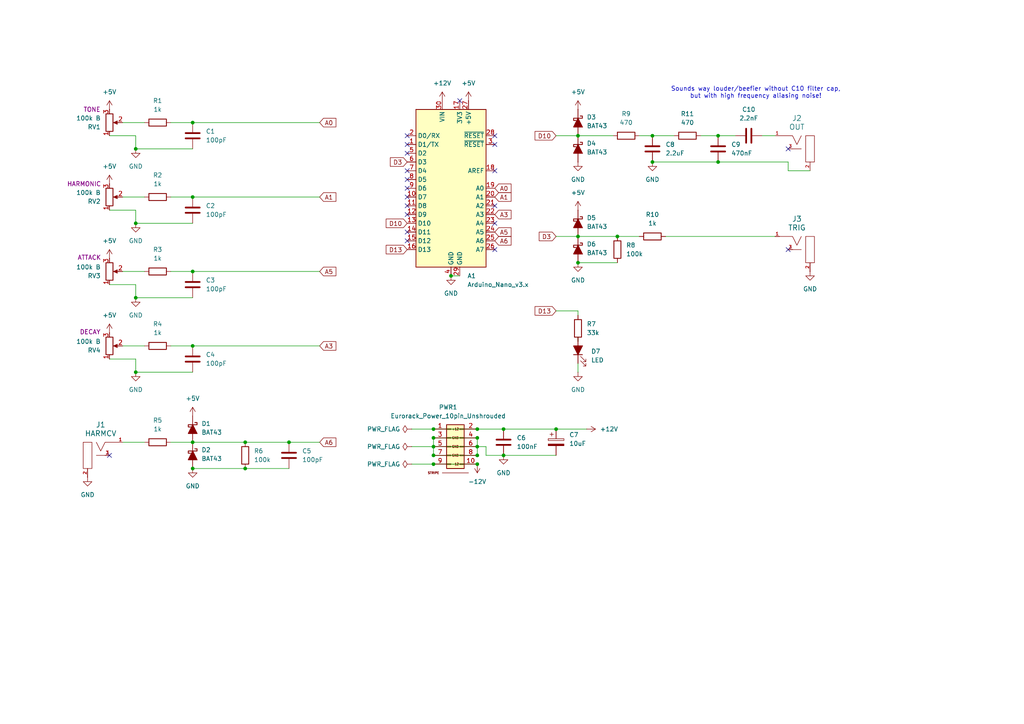
<source format=kicad_sch>
(kicad_sch (version 20231120) (generator "eeschema") (generator_version "8.0")
  (paper "A4")
  (title_block (title "Hagiwo Kick THT") (rev "v1.0") (company "FabLab NK"))
  (lib_symbols
    (symbol "Device:C" (pin_numbers hide) (pin_names (offset 0.254))
      (property "Reference" "C" (at 0.635 2.54 0))
      (property "Value" "C" (at 0.635 -2.54 0))
      (symbol "C_0_1"
        (polyline (pts (xy -2.032 -0.762) (xy 2.032 -0.762)) (stroke (width 0.508)))
        (polyline (pts (xy -2.032 0.762) (xy 2.032 0.762)) (stroke (width 0.508)))
      )
      (symbol "C_1_1"
        (pin passive line (at 0 3.81 270) (length 2.794) (name "~") (number "1"))
        (pin passive line (at 0 -3.81 90) (length 2.794) (name "~") (number "2"))
      )
    )
    (symbol "Device:C_Polarized" (pin_numbers hide) (pin_names (offset 0.254))
      (property "Reference" "C" (at 0.635 2.54 0))
      (property "Value" "C_Polarized" (at 0.635 -2.54 0))
      (symbol "C_Polarized_0_1"
        (rectangle (start -2.286 0.508) (end 2.286 1.016))
        (polyline (pts (xy -1.778 2.286) (xy -0.762 2.286)))
        (polyline (pts (xy -1.27 2.794) (xy -1.27 1.778)))
        (rectangle (start 2.286 -0.508) (end -2.286 -1.016) (fill (type outline)))
      )
      (symbol "C_Polarized_1_1"
        (pin passive line (at 0 3.81 270) (length 2.794) (name "~") (number "1"))
        (pin passive line (at 0 -3.81 90) (length 2.794) (name "~") (number "2"))
      )
    )
    (symbol "Device:D_Schottky_Filled" (pin_numbers hide) (pin_names (offset 1.016) hide)
      (property "Reference" "D" (at 0 2.54 0))
      (property "Value" "D_Schottky_Filled" (at 0 -2.54 0))
      (symbol "D_Schottky_Filled_0_1"
        (polyline (pts (xy 1.27 0) (xy -1.27 0)))
        (polyline (pts (xy 1.27 1.27) (xy 1.27 -1.27) (xy -1.27 0) (xy 1.27 1.27)) (stroke (width 0.254)) (fill (type outline)))
        (polyline (pts (xy -1.905 0.635) (xy -1.905 1.27) (xy -1.27 1.27) (xy -1.27 -1.27) (xy -0.635 -1.27) (xy -0.635 -0.635)) (stroke (width 0.254)))
      )
      (symbol "D_Schottky_Filled_1_1"
        (pin passive line (at -3.81 0 0) (length 2.54) (name "K") (number "1"))
        (pin passive line (at 3.81 0 180) (length 2.54) (name "A") (number "2"))
      )
    )
    (symbol "Device:LED_Filled" (pin_numbers hide) (pin_names (offset 1.016) hide)
      (property "Reference" "D" (at 0 2.54 0))
      (property "Value" "LED_Filled" (at 0 -2.54 0))
      (symbol "LED_Filled_0_1"
        (polyline (pts (xy -1.27 -1.27) (xy -1.27 1.27)) (stroke (width 0.254)))
        (polyline (pts (xy -1.27 0) (xy 1.27 0)))
        (polyline (pts (xy 1.27 -1.27) (xy 1.27 1.27) (xy -1.27 0) (xy 1.27 -1.27)) (stroke (width 0.254)) (fill (type outline)))
        (polyline (pts (xy -3.048 -0.762) (xy -4.572 -2.286) (xy -3.81 -2.286) (xy -4.572 -2.286) (xy -4.572 -1.524)))
        (polyline (pts (xy -1.778 -0.762) (xy -3.302 -2.286) (xy -2.54 -2.286) (xy -3.302 -2.286) (xy -3.302 -1.524)))
      )
      (symbol "LED_Filled_1_1"
        (pin passive line (at -3.81 0 0) (length 2.54) (name "K") (number "1"))
        (pin passive line (at 3.81 0 180) (length 2.54) (name "A") (number "2"))
      )
    )
    (symbol "Device:R" (pin_numbers hide) (pin_names (offset 0))
      (property "Reference" "R" (at 2.032 0 90))
      (property "Value" "R" (at 0 0 90))
      (symbol "R_0_1"
        (rectangle (start -1.016 -2.54) (end 1.016 2.54) (stroke (width 0.254)))
      )
      (symbol "R_1_1"
        (pin passive line (at 0 3.81 270) (length 1.27) (name "~") (number "1"))
        (pin passive line (at 0 -3.81 90) (length 1.27) (name "~") (number "2"))
      )
    )
    (symbol "Device:R_Potentiometer" (pin_names (offset 1.016) hide)
      (property "Reference" "RV" (at -4.445 0 90))
      (property "Value" "R_Potentiometer" (at -2.54 0 90))
      (symbol "R_Potentiometer_0_1"
        (polyline (pts (xy 2.54 0) (xy 1.524 0)))
        (polyline (pts (xy 1.143 0) (xy 2.286 0.508) (xy 2.286 -0.508) (xy 1.143 0)) (fill (type outline)))
        (rectangle (start 1.016 2.54) (end -1.016 -2.54) (stroke (width 0.254)))
      )
      (symbol "R_Potentiometer_1_1"
        (pin passive line (at 0 3.81 270) (length 1.27) (name "1") (number "1"))
        (pin passive line (at 3.81 0 180) (length 1.27) (name "2") (number "2"))
        (pin passive line (at 0 -3.81 90) (length 1.27) (name "3") (number "3"))
      )
    )
    (symbol "MCU_Module:Arduino_Nano_v3.x"
      (property "Reference" "A" (at -10.16 23.495 0))
      (property "Value" "Arduino_Nano_v3.x" (at 5.08 -24.13 0))
      (symbol "Arduino_Nano_v3.x_0_1"
        (rectangle (start -10.16 22.86) (end 10.16 -22.86) (stroke (width 0.254)) (fill (type background)))
      )
      (symbol "Arduino_Nano_v3.x_1_1"
        (pin bidirectional line (at -12.7 12.7 0) (length 2.54) (name "D1/TX") (number "1"))
        (pin bidirectional line (at -12.7 -2.54 0) (length 2.54) (name "D7") (number "10"))
        (pin bidirectional line (at -12.7 -5.08 0) (length 2.54) (name "D8") (number "11"))
        (pin bidirectional line (at -12.7 -7.62 0) (length 2.54) (name "D9") (number "12"))
        (pin bidirectional line (at -12.7 -10.16 0) (length 2.54) (name "D10") (number "13"))
        (pin bidirectional line (at -12.7 -12.7 0) (length 2.54) (name "D11") (number "14"))
        (pin bidirectional line (at -12.7 -15.24 0) (length 2.54) (name "D12") (number "15"))
        (pin bidirectional line (at -12.7 -17.78 0) (length 2.54) (name "D13") (number "16"))
        (pin power_out line (at 2.54 25.4 270) (length 2.54) (name "3V3") (number "17"))
        (pin input line (at 12.7 5.08 180) (length 2.54) (name "AREF") (number "18"))
        (pin bidirectional line (at 12.7 0 180) (length 2.54) (name "A0") (number "19"))
        (pin bidirectional line (at -12.7 15.24 0) (length 2.54) (name "D0/RX") (number "2"))
        (pin bidirectional line (at 12.7 -2.54 180) (length 2.54) (name "A1") (number "20"))
        (pin bidirectional line (at 12.7 -5.08 180) (length 2.54) (name "A2") (number "21"))
        (pin bidirectional line (at 12.7 -7.62 180) (length 2.54) (name "A3") (number "22"))
        (pin bidirectional line (at 12.7 -10.16 180) (length 2.54) (name "A4") (number "23"))
        (pin bidirectional line (at 12.7 -12.7 180) (length 2.54) (name "A5") (number "24"))
        (pin bidirectional line (at 12.7 -15.24 180) (length 2.54) (name "A6") (number "25"))
        (pin bidirectional line (at 12.7 -17.78 180) (length 2.54) (name "A7") (number "26"))
        (pin power_out line (at 5.08 25.4 270) (length 2.54) (name "+5V") (number "27"))
        (pin input line (at 12.7 15.24 180) (length 2.54) (name "~{RESET}") (number "28"))
        (pin power_in line (at 2.54 -25.4 90) (length 2.54) (name "GND") (number "29"))
        (pin input line (at 12.7 12.7 180) (length 2.54) (name "~{RESET}") (number "3"))
        (pin power_in line (at -2.54 25.4 270) (length 2.54) (name "VIN") (number "30"))
        (pin power_in line (at 0 -25.4 90) (length 2.54) (name "GND") (number "4"))
        (pin bidirectional line (at -12.7 10.16 0) (length 2.54) (name "D2") (number "5"))
        (pin bidirectional line (at -12.7 7.62 0) (length 2.54) (name "D3") (number "6"))
        (pin bidirectional line (at -12.7 5.08 0) (length 2.54) (name "D4") (number "7"))
        (pin bidirectional line (at -12.7 2.54 0) (length 2.54) (name "D5") (number "8"))
        (pin bidirectional line (at -12.7 0 0) (length 2.54) (name "D6") (number "9"))
      )
    )
    (symbol "PCM_4ms_Connector:Eurorack_Power_10pin_Unshrouded" (pin_names (offset 0.0254) hide)
      (property "Reference" "J" (at 0 3.81 0))
      (property "Value" "Eurorack_Power_10pin_Unshrouded" (at 0 6.35 0))
      (symbol "Eurorack_Power_10pin_Unshrouded_0_0"
        (text "+12" (at 0 1.27 0) (effects (font (size 0.635 0.635))))
        (text "-12" (at 0 -8.89 0) (effects (font (size 0.635 0.635))))
        (text "GND" (at 0 -6.35 0) (effects (font (size 0.635 0.635))))
        (text "GND" (at 0 -3.81 0) (effects (font (size 0.635 0.635))))
        (text "GND" (at 0 -1.27 0) (effects (font (size 0.635 0.635))))
        (text "STRIPE" (at -6.35 -11.43 0) (effects (font (size 0.635 0.635))))
      )
      (symbol "Eurorack_Power_10pin_Unshrouded_0_1"
        (rectangle (start -2.54 -10.16) (end 2.54 2.54) (stroke (width 0.254)) (fill (type background)))
        (rectangle (start -2.54 -8.763) (end -1.27 -9.017))
        (rectangle (start -2.54 -6.223) (end -1.27 -6.477))
        (rectangle (start -2.54 -3.683) (end -1.27 -3.937))
        (rectangle (start -2.54 -1.143) (end -1.27 -1.397))
        (rectangle (start -2.54 1.397) (end -1.27 1.143))
        (polyline (pts (xy -3.81 -11.43) (xy 3.81 -11.43) (xy 1.27 -11.43)))
        (rectangle (start 1.27 -8.763) (end 2.54 -9.017))
        (rectangle (start 1.27 -6.223) (end 2.54 -6.477))
        (rectangle (start 1.27 -3.683) (end 2.54 -3.937))
        (rectangle (start 1.27 -1.143) (end 2.54 -1.397))
        (rectangle (start 1.27 1.397) (end 2.54 1.143))
      )
      (symbol "Eurorack_Power_10pin_Unshrouded_1_1"
        (pin passive line (at -6.35 1.27 0) (length 3.81) (name "+12V") (number "1"))
        (pin passive line (at 6.35 -8.89 180) (length 3.81) (name "-12V") (number "10"))
        (pin passive line (at 6.35 1.27 180) (length 3.81) (name "+12V") (number "2"))
        (pin passive line (at -6.35 -1.27 0) (length 3.81) (name "GND") (number "3"))
        (pin passive line (at 6.35 -1.27 180) (length 3.81) (name "GND") (number "4"))
        (pin passive line (at -6.35 -3.81 0) (length 3.81) (name "GND") (number "5"))
        (pin passive line (at 6.35 -3.81 180) (length 3.81) (name "GND") (number "6"))
        (pin passive line (at -6.35 -6.35 0) (length 3.81) (name "GND") (number "7"))
        (pin passive line (at 6.35 -6.35 180) (length 3.81) (name "GND") (number "8"))
        (pin passive line (at -6.35 -8.89 0) (length 3.81) (name "-12V") (number "9"))
      )
    )
    (symbol "PCM_4ms_Jack:3.5mm_Mono_Switched_sm" (pin_names (offset 0) hide)
      (property "Reference" "J" (at -7.62 8.89 0))
      (property "Value" "3.5mm_Mono_Switched_sm" (at 6.35 6.604 0))
      (symbol "3.5mm_Mono_Switched_sm_0_0"
        (rectangle (start -6.35 5.08) (end -3.81 -2.54))
        (polyline (pts (xy -2.54 1.27) (xy 0 1.27)))
        (polyline (pts (xy -2.54 5.08) (xy -1.27 2.54) (xy 0 5.08) (xy 3.81 5.08)))
      )
      (symbol "3.5mm_Mono_Switched_sm_1_1"
        (pin passive line (at 5.08 5.08 180) (length 1.27) (name "SIG") (number "1"))
        (pin passive line (at -5.08 -5.08 90) (length 2.54) (name "SHEILD") (number "2"))
        (pin passive line (at 1.27 1.27 180) (length 1.27) (name "SW") (number "3"))
      )
    )
    (symbol "PCM_4ms_Power-symbol:PWR_FLAG" (power) (pin_numbers hide) (pin_names (offset 0) hide)
      (property "Value" "PWR_FLAG" (at 0 3.81 0))
      (symbol "PWR_FLAG_0_0"
        (pin power_out line (at 0 0 90) (length 0) (name "pwr") (number "1"))
      )
      (symbol "PWR_FLAG_0_1"
        (polyline (pts (xy 0 0) (xy 0 1.27) (xy -1.016 1.905) (xy 0 2.54) (xy 1.016 1.905) (xy 0 1.27)))
      )
    )
    (symbol "power:+12V" (power) (pin_numbers hide) (pin_names (offset 0) hide)
      (property "Value" "+12V" (at 0 3.556 0))
      (symbol "+12V_0_1"
        (polyline (pts (xy -0.762 1.27) (xy 0 2.54)))
        (polyline (pts (xy 0 0) (xy 0 2.54)))
        (polyline (pts (xy 0 2.54) (xy 0.762 1.27)))
      )
      (symbol "+12V_1_1"
        (pin power_in line (at 0 0 90) (length 0) (name "~") (number "1"))
      )
    )
    (symbol "power:+5V" (power) (pin_numbers hide) (pin_names (offset 0) hide)
      (property "Value" "+5V" (at 0 3.556 0))
      (symbol "+5V_0_1"
        (polyline (pts (xy -0.762 1.27) (xy 0 2.54)))
        (polyline (pts (xy 0 0) (xy 0 2.54)))
        (polyline (pts (xy 0 2.54) (xy 0.762 1.27)))
      )
      (symbol "+5V_1_1"
        (pin power_in line (at 0 0 90) (length 0) (name "~") (number "1"))
      )
    )
    (symbol "power:GND" (power) (pin_numbers hide) (pin_names (offset 0) hide)
      (property "Value" "GND" (at 0 -3.81 0))
      (symbol "GND_0_1"
        (polyline (pts (xy 0 0) (xy 0 -1.27) (xy 1.27 -1.27) (xy 0 -2.54) (xy -1.27 -1.27) (xy 0 -1.27)))
      )
      (symbol "GND_1_1"
        (pin power_in line (at 0 0 270) (length 0) (name "~") (number "1"))
      )
    )
  )
  (junction (at 55.88 35.56))
  (junction (at 189.23 39.37))
  (junction (at 125.73 129.54))
  (junction (at 55.88 100.33))
  (junction (at 146.05 124.46))
  (junction (at 167.64 76.2))
  (junction (at 208.28 46.99))
  (junction (at 125.73 134.62))
  (junction (at 138.43 127))
  (junction (at 55.88 57.15))
  (junction (at 55.88 135.89))
  (junction (at 167.64 39.37))
  (junction (at 125.73 124.46))
  (junction (at 55.88 128.27))
  (junction (at 39.37 43.18))
  (junction (at 138.43 134.62))
  (junction (at 55.88 78.74))
  (junction (at 125.73 132.08))
  (junction (at 125.73 127))
  (junction (at 39.37 107.95))
  (junction (at 39.37 86.36))
  (junction (at 208.28 39.37))
  (junction (at 179.07 68.58))
  (junction (at 83.82 128.27))
  (junction (at 138.43 129.54))
  (junction (at 146.05 132.08))
  (junction (at 138.43 124.46))
  (junction (at 71.12 135.89))
  (junction (at 161.29 124.46))
  (junction (at 39.37 64.77))
  (junction (at 130.81 80.01))
  (junction (at 138.43 132.08))
  (junction (at 71.12 128.27))
  (junction (at 189.23 46.99))
  (junction (at 167.64 68.58))
  (no_connect (at 143.51 41.91))
  (no_connect (at 118.11 54.61))
  (no_connect (at 143.51 59.69))
  (no_connect (at 118.11 52.07))
  (no_connect (at 228.6 43.18))
  (no_connect (at 118.11 62.23))
  (no_connect (at 118.11 41.91))
  (no_connect (at 228.6 72.39))
  (no_connect (at 118.11 49.53))
  (no_connect (at 31.75 132.08))
  (no_connect (at 118.11 69.85))
  (no_connect (at 143.51 39.37))
  (no_connect (at 143.51 72.39))
  (no_connect (at 133.35 29.21))
  (no_connect (at 143.51 64.77))
  (no_connect (at 118.11 44.45))
  (no_connect (at 118.11 59.69))
  (no_connect (at 118.11 67.31))
  (no_connect (at 118.11 57.15))
  (no_connect (at 143.51 49.53))
  (no_connect (at 118.11 39.37))
  (wire (pts (xy 167.64 91.44) (xy 167.64 90.17)))
  (wire (pts (xy 35.56 57.15) (xy 41.91 57.15)))
  (wire (pts (xy 35.56 100.33) (xy 41.91 100.33)))
  (wire (pts (xy 189.23 46.99) (xy 208.28 46.99)))
  (wire (pts (xy 39.37 107.95) (xy 39.37 104.14)))
  (wire (pts (xy 39.37 39.37) (xy 31.75 39.37)))
  (wire (pts (xy 71.12 128.27) (xy 83.82 128.27)))
  (wire (pts (xy 167.64 68.58) (xy 179.07 68.58)))
  (wire (pts (xy 55.88 78.74) (xy 92.71 78.74)))
  (wire (pts (xy 119.38 124.46) (xy 125.73 124.46)))
  (wire (pts (xy 208.28 39.37) (xy 213.36 39.37)))
  (wire (pts (xy 193.04 68.58) (xy 224.79 68.58)))
  (wire (pts (xy 140.97 132.08) (xy 146.05 132.08)))
  (wire (pts (xy 228.6 46.99) (xy 228.6 49.53)))
  (wire (pts (xy 35.56 78.74) (xy 41.91 78.74)))
  (wire (pts (xy 39.37 82.55) (xy 31.75 82.55)))
  (wire (pts (xy 220.98 39.37) (xy 224.79 39.37)))
  (wire (pts (xy 203.2 39.37) (xy 208.28 39.37)))
  (wire (pts (xy 179.07 68.58) (xy 185.42 68.58)))
  (wire (pts (xy 49.53 57.15) (xy 55.88 57.15)))
  (wire (pts (xy 55.88 128.27) (xy 71.12 128.27)))
  (wire (pts (xy 39.37 86.36) (xy 39.37 82.55)))
  (wire (pts (xy 161.29 90.17) (xy 167.64 90.17)))
  (wire (pts (xy 39.37 43.18) (xy 55.88 43.18)))
  (wire (pts (xy 138.43 127) (xy 138.43 129.54)))
  (wire (pts (xy 161.29 39.37) (xy 167.64 39.37)))
  (wire (pts (xy 39.37 107.95) (xy 55.88 107.95)))
  (wire (pts (xy 208.28 46.99) (xy 228.6 46.99)))
  (wire (pts (xy 35.56 128.27) (xy 41.91 128.27)))
  (wire (pts (xy 125.73 132.08) (xy 138.43 132.08)))
  (wire (pts (xy 161.29 124.46) (xy 170.18 124.46)))
  (wire (pts (xy 71.12 135.89) (xy 83.82 135.89)))
  (wire (pts (xy 39.37 64.77) (xy 55.88 64.77)))
  (wire (pts (xy 125.73 129.54) (xy 138.43 129.54)))
  (wire (pts (xy 138.43 129.54) (xy 140.97 129.54)))
  (wire (pts (xy 83.82 128.27) (xy 92.71 128.27)))
  (wire (pts (xy 138.43 124.46) (xy 146.05 124.46)))
  (wire (pts (xy 185.42 39.37) (xy 189.23 39.37)))
  (wire (pts (xy 55.88 57.15) (xy 92.71 57.15)))
  (wire (pts (xy 39.37 43.18) (xy 39.37 39.37)))
  (wire (pts (xy 138.43 129.54) (xy 138.43 132.08)))
  (wire (pts (xy 167.64 99.06) (xy 167.64 97.79)))
  (wire (pts (xy 49.53 35.56) (xy 55.88 35.56)))
  (wire (pts (xy 49.53 100.33) (xy 55.88 100.33)))
  (wire (pts (xy 189.23 39.37) (xy 195.58 39.37)))
  (wire (pts (xy 49.53 78.74) (xy 55.88 78.74)))
  (wire (pts (xy 125.73 124.46) (xy 138.43 124.46)))
  (wire (pts (xy 39.37 64.77) (xy 39.37 60.96)))
  (wire (pts (xy 161.29 68.58) (xy 167.64 68.58)))
  (wire (pts (xy 125.73 134.62) (xy 138.43 134.62)))
  (wire (pts (xy 228.6 49.53) (xy 234.95 49.53)))
  (wire (pts (xy 119.38 134.62) (xy 125.73 134.62)))
  (wire (pts (xy 140.97 129.54) (xy 140.97 132.08)))
  (wire (pts (xy 146.05 132.08) (xy 161.29 132.08)))
  (wire (pts (xy 125.73 129.54) (xy 125.73 132.08)))
  (wire (pts (xy 39.37 86.36) (xy 55.88 86.36)))
  (wire (pts (xy 125.73 127) (xy 125.73 129.54)))
  (wire (pts (xy 55.88 100.33) (xy 92.71 100.33)))
  (wire (pts (xy 35.56 35.56) (xy 41.91 35.56)))
  (wire (pts (xy 55.88 135.89) (xy 71.12 135.89)))
  (wire (pts (xy 167.64 39.37) (xy 177.8 39.37)))
  (wire (pts (xy 167.64 76.2) (xy 179.07 76.2)))
  (wire (pts (xy 125.73 127) (xy 138.43 127)))
  (wire (pts (xy 130.81 80.01) (xy 133.35 80.01)))
  (wire (pts (xy 39.37 60.96) (xy 31.75 60.96)))
  (wire (pts (xy 55.88 35.56) (xy 92.71 35.56)))
  (wire (pts (xy 49.53 128.27) (xy 55.88 128.27)))
  (wire (pts (xy 119.38 129.54) (xy 125.73 129.54)))
  (wire (pts (xy 167.64 107.95) (xy 167.64 105.41)))
  (wire (pts (xy 39.37 104.14) (xy 31.75 104.14)))
  (wire (pts (xy 146.05 124.46) (xy 161.29 124.46)))
  (text "Sounds way louder/beefier without C10 filter cap,\nbut with high frequency aliasing noise!" (at 219.202 26.924 0) (effects (font (size 1.27 1.27))))
  (global_label "D3" (shape input) (at 161.29 68.58 180) (property "Intersheetrefs" "${INTERSHEET_REFS}" (effects (hide yes))))
  (global_label "A6" (shape input) (at 143.51 69.85 0) (property "Intersheetrefs" "${INTERSHEET_REFS}" (effects (hide yes))))
  (global_label "D10" (shape input) (at 118.11 64.77 180) (property "Intersheetrefs" "${INTERSHEET_REFS}" (effects (hide yes))))
  (global_label "D3" (shape input) (at 118.11 46.99 180) (property "Intersheetrefs" "${INTERSHEET_REFS}" (effects (hide yes))))
  (global_label "A6" (shape input) (at 92.71 128.27 0) (property "Intersheetrefs" "${INTERSHEET_REFS}" (effects (hide yes))))
  (global_label "D13" (shape input) (at 118.11 72.39 180) (property "Intersheetrefs" "${INTERSHEET_REFS}" (effects (hide yes))))
  (global_label "A0" (shape input) (at 92.71 35.56 0) (property "Intersheetrefs" "${INTERSHEET_REFS}" (effects (hide yes))))
  (global_label "D10" (shape input) (at 161.29 39.37 180) (property "Intersheetrefs" "${INTERSHEET_REFS}" (effects (hide yes))))
  (global_label "A5" (shape input) (at 143.51 67.31 0) (property "Intersheetrefs" "${INTERSHEET_REFS}" (effects (hide yes))))
  (global_label "A0" (shape input) (at 143.51 54.61 0) (property "Intersheetrefs" "${INTERSHEET_REFS}" (effects (hide yes))))
  (global_label "A5" (shape input) (at 92.71 78.74 0) (property "Intersheetrefs" "${INTERSHEET_REFS}" (effects (hide yes))))
  (global_label "D13" (shape input) (at 161.29 90.17 180) (property "Intersheetrefs" "${INTERSHEET_REFS}" (effects (hide yes))))
  (global_label "A1" (shape input) (at 92.71 57.15 0) (property "Intersheetrefs" "${INTERSHEET_REFS}" (effects (hide yes))))
  (global_label "A3" (shape input) (at 143.51 62.23 0) (property "Intersheetrefs" "${INTERSHEET_REFS}" (effects (hide yes))))
  (global_label "A3" (shape input) (at 92.71 100.33 0) (property "Intersheetrefs" "${INTERSHEET_REFS}" (effects (hide yes))))
  (global_label "A1" (shape input) (at 143.51 57.15 0) (property "Intersheetrefs" "${INTERSHEET_REFS}" (effects (hide yes))))
  (symbol (lib_id "Device:D_Schottky_Filled") (at 55.88 124.46 270) (unit 1)
    (property "Reference" "D1" (at 58.42 122.8724 90) (effects (justify left)))
    (property "Value" "BAT43" (at 58.42 125.4124 90) (effects (justify left)))
    (property "Footprint" "Library:D_DO-35_SOD27_P7.62mm_Horizontal_Widened_No_K" (effects (hide yes)))
    (property "Description" "Schottky diode, filled shape" (effects (hide yes)))
  )
  (symbol (lib_id "power:GND") (at 39.37 64.77 0) (unit 1)
    (property "Reference" "#PWR06" (effects (hide yes)))
    (property "Value" "GND" (at 39.37 69.85 0))
    (property "Description" "Power symbol creates a global label with name \"GND\" , ground" (effects (hide yes)))
  )
  (symbol (lib_id "PCM_4ms_Jack:3.5mm_Mono_Switched_sm") (at 229.87 73.66 0) (mirror y) (unit 1)
    (property "Reference" "J3" (at 231.14 63.5 0) (effects (font (size 1.524 1.524))))
    (property "Value" "TRIG" (at 231.14 66.04 0) (effects (font (size 1.524 1.524))))
    (property "Footprint" "Library:EighthInch_PJ398SM_3mmNPTH" (effects (hide yes)))
    (property "Description" "Audio 3.5mm Jack, mono, switched, PC-pin Vertical" (effects (hide yes)))
    (property "Specifications" "Audio 3.5mm Jack, mono, switched, PC-pin Vertical" (effects (hide yes)))
    (property "Manufacturer" "Wenzhou QingPu Electronics Co" (effects (hide yes)))
    (property "Part Number" "WQP-WQP518MA" (effects (hide yes)))
  )
  (symbol (lib_id "PCM_4ms_Jack:3.5mm_Mono_Switched_sm") (at 30.48 133.35 0) (unit 1)
    (property "Reference" "J1" (at 29.21 123.19 0) (effects (font (size 1.524 1.524))))
    (property "Value" "HARMCV" (at 29.21 125.73 0) (effects (font (size 1.524 1.524))))
    (property "Footprint" "Library:EighthInch_PJ398SM_3mmNPTH" (effects (hide yes)))
    (property "Description" "Audio 3.5mm Jack, mono, switched, PC-pin Vertical" (effects (hide yes)))
    (property "Specifications" "Audio 3.5mm Jack, mono, switched, PC-pin Vertical" (effects (hide yes)))
    (property "Manufacturer" "Wenzhou QingPu Electronics Co" (effects (hide yes)))
    (property "Part Number" "WQP-WQP518MA" (effects (hide yes)))
  )
  (symbol (lib_id "power:GND") (at 55.88 135.89 0) (unit 1)
    (property "Reference" "#PWR011" (effects (hide yes)))
    (property "Value" "GND" (at 55.88 140.97 0))
    (property "Description" "Power symbol creates a global label with name \"GND\" , ground" (effects (hide yes)))
  )
  (symbol (lib_id "Device:C") (at 55.88 82.55 0) (unit 1)
    (property "Reference" "C3" (at 59.69 81.2799 0) (effects (justify left)))
    (property "Value" "100pF" (at 59.69 83.8199 0) (effects (justify left)))
    (property "Footprint" "Capacitor_THT:C_Disc_D3.8mm_W2.6mm_P2.50mm" (effects (hide yes)))
    (property "Description" "Unpolarized capacitor" (effects (hide yes)))
    (property "Silkscreen Value" "101▼" (effects (hide yes)))
  )
  (symbol (lib_id "power:+12V") (at 170.18 124.46 270) (unit 1)
    (property "Reference" "#PWR022" (effects (hide yes)))
    (property "Value" "+12V" (at 173.99 124.4599 90) (effects (justify left)))
    (property "Description" "Power symbol creates a global label with name \"+12V\"" (effects (hide yes)))
  )
  (symbol (lib_id "PCM_4ms_Jack:3.5mm_Mono_Switched_sm") (at 229.87 44.45 0) (mirror y) (unit 1)
    (property "Reference" "J2" (at 231.14 34.29 0) (effects (font (size 1.524 1.524))))
    (property "Value" "OUT" (at 231.14 36.83 0) (effects (font (size 1.524 1.524))))
    (property "Footprint" "Library:EighthInch_PJ398SM_3mmNPTH" (effects (hide yes)))
    (property "Description" "Audio 3.5mm Jack, mono, switched, PC-pin Vertical" (effects (hide yes)))
    (property "Specifications" "Audio 3.5mm Jack, mono, switched, PC-pin Vertical" (effects (hide yes)))
    (property "Manufacturer" "Wenzhou QingPu Electronics Co" (effects (hide yes)))
    (property "Part Number" "WQP-WQP518MA" (effects (hide yes)))
  )
  (symbol (lib_id "Device:R_Potentiometer") (at 31.75 57.15 0) (mirror x) (unit 1)
    (property "Reference" "RV2" (at 29.21 58.4201 0) (effects (justify right)))
    (property "Value" "100k B" (at 29.21 55.8801 0) (effects (justify right)))
    (property "Footprint" "Library:Pot_9mm_DShaft_RemovedPins4_5" (effects (hide yes)))
    (property "Description" "Potentiometer" (effects (hide yes)))
    (property "Silkscreen Value" "HARMONIC" (at 24.384 53.34 0))
  )
  (symbol (lib_id "PCM_4ms_Power-symbol:PWR_FLAG") (at 119.38 134.62 90) (unit 1)
    (property "Reference" "#FLG03" (effects (hide yes)))
    (property "Value" "PWR_FLAG" (at 106.426 134.62 90) (effects (justify right)))
  )
  (symbol (lib_id "power:GND") (at 39.37 86.36 0) (unit 1)
    (property "Reference" "#PWR07" (effects (hide yes)))
    (property "Value" "GND" (at 39.37 91.44 0))
    (property "Description" "Power symbol creates a global label with name \"GND\" , ground" (effects (hide yes)))
  )
  (symbol (lib_id "Device:C_Polarized") (at 161.29 128.27 0) (unit 1)
    (property "Reference" "C7" (at 165.1 126.1109 0) (effects (justify left)))
    (property "Value" "10uF" (at 165.1 128.6509 0) (effects (justify left)))
    (property "Footprint" "Capacitor_THT:CP_Radial_D4.0mm_P2.00mm" (effects (hide yes)))
    (property "Description" "Polarized capacitor" (effects (hide yes)))
    (property "Silkscreen Value" "10uF▼" (effects (hide yes)))
  )
  (symbol (lib_id "power:+5V") (at 167.64 60.96 0) (unit 1)
    (property "Reference" "#PWR019" (effects (hide yes)))
    (property "Value" "+5V" (at 167.64 55.88 0))
    (property "Description" "Power symbol creates a global label with name \"+5V\"" (effects (hide yes)))
  )
  (symbol (lib_id "Device:R") (at 45.72 78.74 90) (unit 1)
    (property "Reference" "R3" (at 45.72 72.39 90))
    (property "Value" "1k" (at 45.72 74.93 90))
    (property "Footprint" "Resistor_THT:R_Axial_DIN0207_L6.3mm_D2.5mm_P7.62mm_Horizontal" (effects (hide yes)))
    (property "Description" "Resistor" (effects (hide yes)))
  )
  (symbol (lib_id "power:+5V") (at 31.75 96.52 0) (unit 1)
    (property "Reference" "#PWR04" (effects (hide yes)))
    (property "Value" "+5V" (at 31.75 91.44 0))
    (property "Description" "Power symbol creates a global label with name \"+5V\"" (effects (hide yes)))
  )
  (symbol (lib_id "Device:C") (at 146.05 128.27 0) (unit 1)
    (property "Reference" "C6" (at 149.86 126.9999 0) (effects (justify left)))
    (property "Value" "100nF" (at 149.86 129.5399 0) (effects (justify left)))
    (property "Footprint" "Capacitor_THT:C_Disc_D3.8mm_W2.6mm_P2.50mm" (effects (hide yes)))
    (property "Description" "Unpolarized capacitor" (effects (hide yes)))
    (property "Silkscreen Value" "104▼" (effects (hide yes)))
  )
  (symbol (lib_id "Device:D_Schottky_Filled") (at 167.64 43.18 270) (unit 1)
    (property "Reference" "D4" (at 170.18 41.5924 90) (effects (justify left)))
    (property "Value" "BAT43" (at 170.18 44.1324 90) (effects (justify left)))
    (property "Footprint" "Library:D_DO-35_SOD27_P7.62mm_Horizontal_Widened_No_K" (effects (hide yes)))
    (property "Description" "Schottky diode, filled shape" (effects (hide yes)))
  )
  (symbol (lib_id "power:GND") (at 39.37 107.95 0) (unit 1)
    (property "Reference" "#PWR08" (effects (hide yes)))
    (property "Value" "GND" (at 39.37 113.03 0))
    (property "Description" "Power symbol creates a global label with name \"GND\" , ground" (effects (hide yes)))
  )
  (symbol (lib_id "power:+12V") (at 128.27 29.21 0) (unit 1)
    (property "Reference" "#PWR012" (effects (hide yes)))
    (property "Value" "+12V" (at 128.27 24.13 0))
    (property "Description" "Power symbol creates a global label with name \"+12V\"" (effects (hide yes)))
  )
  (symbol (lib_id "power:+5V") (at 31.75 31.75 0) (unit 1)
    (property "Reference" "#PWR01" (effects (hide yes)))
    (property "Value" "+5V" (at 31.75 26.67 0))
    (property "Description" "Power symbol creates a global label with name \"+5V\"" (effects (hide yes)))
  )
  (symbol (lib_id "Device:R") (at 45.72 128.27 90) (unit 1)
    (property "Reference" "R5" (at 45.72 121.92 90))
    (property "Value" "1k" (at 45.72 124.46 90))
    (property "Footprint" "Resistor_THT:R_Axial_DIN0207_L6.3mm_D2.5mm_P7.62mm_Horizontal" (effects (hide yes)))
    (property "Description" "Resistor" (effects (hide yes)))
  )
  (symbol (lib_id "power:+5V") (at 167.64 31.75 0) (unit 1)
    (property "Reference" "#PWR017" (effects (hide yes)))
    (property "Value" "+5V" (at 167.64 26.67 0))
    (property "Description" "Power symbol creates a global label with name \"+5V\"" (effects (hide yes)))
  )
  (symbol (lib_id "power:+5V") (at 31.75 74.93 0) (unit 1)
    (property "Reference" "#PWR03" (effects (hide yes)))
    (property "Value" "+5V" (at 31.75 69.85 0))
    (property "Description" "Power symbol creates a global label with name \"+5V\"" (effects (hide yes)))
  )
  (symbol (lib_id "power:GND") (at 25.4 138.43 0) (unit 1)
    (property "Reference" "#PWR09" (effects (hide yes)))
    (property "Value" "GND" (at 25.4 143.51 0))
    (property "Description" "Power symbol creates a global label with name \"GND\" , ground" (effects (hide yes)))
  )
  (symbol (lib_id "power:+12V") (at 138.43 134.62 180) (unit 1)
    (property "Reference" "#PWR015" (effects (hide yes)))
    (property "Value" "-12V" (at 138.43 139.7 0))
    (property "Description" "Power symbol creates a global label with name \"+12V\"" (effects (hide yes)))
  )
  (symbol (lib_id "MCU_Module:Arduino_Nano_v3.x") (at 130.81 54.61 0) (unit 1)
    (property "Reference" "A1" (at 135.5441 80.01 0) (effects (justify left)))
    (property "Value" "Arduino_Nano_v3.x" (at 135.5441 82.55 0) (effects (justify left)))
    (property "Footprint" "Module:Arduino_Nano" (effects (hide yes)))
    (property "Datasheet" "http://www.mouser.com/pdfdocs/Gravitech_Arduino_Nano3_0.pdf" (effects (hide yes)))
    (property "Description" "Arduino Nano v3.x" (effects (hide yes)))
  )
  (symbol (lib_id "power:+5V") (at 135.89 29.21 0) (unit 1)
    (property "Reference" "#PWR014" (effects (hide yes)))
    (property "Value" "+5V" (at 135.89 24.13 0))
    (property "Description" "Power symbol creates a global label with name \"+5V\"" (effects (hide yes)))
  )
  (symbol (lib_id "Device:R") (at 71.12 132.08 0) (unit 1)
    (property "Reference" "R6" (at 73.66 130.8099 0) (effects (justify left)))
    (property "Value" "100k" (at 73.66 133.3499 0) (effects (justify left)))
    (property "Footprint" "Resistor_THT:R_Axial_DIN0207_L6.3mm_D2.5mm_P7.62mm_Horizontal" (effects (hide yes)))
    (property "Description" "Resistor" (effects (hide yes)))
  )
  (symbol (lib_id "Device:C") (at 208.28 43.18 0) (unit 1)
    (property "Reference" "C9" (at 212.09 41.9099 0) (effects (justify left)))
    (property "Value" "470nF" (at 212.09 44.4499 0) (effects (justify left)))
    (property "Footprint" "Capacitor_THT:C_Disc_D3.8mm_W2.6mm_P2.50mm" (effects (hide yes)))
    (property "Description" "Unpolarized capacitor" (effects (hide yes)))
    (property "Silkscreen Value" "474▼" (effects (hide yes)))
  )
  (symbol (lib_id "Device:R") (at 45.72 35.56 90) (unit 1)
    (property "Reference" "R1" (at 45.72 29.21 90))
    (property "Value" "1k" (at 45.72 31.75 90))
    (property "Footprint" "Resistor_THT:R_Axial_DIN0207_L6.3mm_D2.5mm_P7.62mm_Horizontal" (effects (hide yes)))
    (property "Description" "Resistor" (effects (hide yes)))
  )
  (symbol (lib_id "Device:D_Schottky_Filled") (at 55.88 132.08 270) (unit 1)
    (property "Reference" "D2" (at 58.42 130.4924 90) (effects (justify left)))
    (property "Value" "BAT43" (at 58.42 133.0324 90) (effects (justify left)))
    (property "Footprint" "Library:D_DO-35_SOD27_P7.62mm_Horizontal_Widened_No_K" (effects (hide yes)))
    (property "Description" "Schottky diode, filled shape" (effects (hide yes)))
  )
  (symbol (lib_id "power:GND") (at 39.37 43.18 0) (unit 1)
    (property "Reference" "#PWR05" (effects (hide yes)))
    (property "Value" "GND" (at 39.37 48.26 0))
    (property "Description" "Power symbol creates a global label with name \"GND\" , ground" (effects (hide yes)))
  )
  (symbol (lib_id "Device:R_Potentiometer") (at 31.75 78.74 0) (mirror x) (unit 1)
    (property "Reference" "RV3" (at 29.21 80.0101 0) (effects (justify right)))
    (property "Value" "100k B" (at 29.21 77.4701 0) (effects (justify right)))
    (property "Footprint" "Library:Pot_9mm_DShaft_RemovedPins4_5" (effects (hide yes)))
    (property "Description" "Potentiometer" (effects (hide yes)))
    (property "Silkscreen Value" "ATTACK" (at 25.908 74.676 0))
  )
  (symbol (lib_id "Device:R_Potentiometer") (at 31.75 35.56 0) (mirror x) (unit 1)
    (property "Reference" "RV1" (at 29.21 36.8301 0) (effects (justify right)))
    (property "Value" "100k B" (at 29.21 34.2901 0) (effects (justify right)))
    (property "Footprint" "Library:Pot_9mm_DShaft_RemovedPins4_5" (effects (hide yes)))
    (property "Description" "Potentiometer" (effects (hide yes)))
    (property "Silkscreen Value" "TONE" (at 26.67 31.75 0))
  )
  (symbol (lib_id "power:GND") (at 167.64 107.95 0) (unit 1)
    (property "Reference" "#PWR021" (effects (hide yes)))
    (property "Value" "GND" (at 167.64 113.03 0))
    (property "Description" "Power symbol creates a global label with name \"GND\" , ground" (effects (hide yes)))
  )
  (symbol (lib_id "Device:LED_Filled") (at 167.64 101.6 90) (unit 1)
    (property "Reference" "D7" (at 171.45 101.9174 90) (effects (justify right)))
    (property "Value" "LED" (at 171.45 104.4574 90) (effects (justify right)))
    (property "Footprint" "LED_THT:LED_D5.0mm" (effects (hide yes)))
    (property "Description" "Light emitting diode, filled shape" (effects (hide yes)))
  )
  (symbol (lib_id "Device:C") (at 217.17 39.37 90) (unit 1)
    (property "Reference" "C10" (at 217.17 31.75 90))
    (property "Value" "2.2nF" (at 217.17 34.29 90))
    (property "Footprint" "Capacitor_THT:C_Disc_D3.8mm_W2.6mm_P2.50mm" (effects (hide yes)))
    (property "Description" "Unpolarized capacitor" (effects (hide yes)))
    (property "Silkscreen Value" "222▼" (effects (hide yes)))
  )
  (symbol (lib_id "PCM_4ms_Power-symbol:PWR_FLAG") (at 119.38 124.46 90) (unit 1)
    (property "Reference" "#FLG01" (effects (hide yes)))
    (property "Value" "PWR_FLAG" (at 106.426 124.46 90) (effects (justify right)))
  )
  (symbol (lib_id "Device:C") (at 189.23 43.18 0) (unit 1)
    (property "Reference" "C8" (at 193.04 41.9099 0) (effects (justify left)))
    (property "Value" "2.2uF" (at 193.04 44.4499 0) (effects (justify left)))
    (property "Footprint" "Capacitor_THT:C_Disc_D3.8mm_W2.6mm_P2.50mm" (effects (hide yes)))
    (property "Description" "Unpolarized capacitor" (effects (hide yes)))
    (property "Silkscreen Value" "225▼" (effects (hide yes)))
  )
  (symbol (lib_id "PCM_4ms_Power-symbol:PWR_FLAG") (at 119.38 129.54 90) (unit 1)
    (property "Reference" "#FLG02" (effects (hide yes)))
    (property "Value" "PWR_FLAG" (at 106.426 129.54 90) (effects (justify right)))
  )
  (symbol (lib_id "Device:C") (at 55.88 104.14 0) (unit 1)
    (property "Reference" "C4" (at 59.69 102.8699 0) (effects (justify left)))
    (property "Value" "100pF" (at 59.69 105.4099 0) (effects (justify left)))
    (property "Footprint" "Capacitor_THT:C_Disc_D3.8mm_W2.6mm_P2.50mm" (effects (hide yes)))
    (property "Description" "Unpolarized capacitor" (effects (hide yes)))
    (property "Silkscreen Value" "101▼" (effects (hide yes)))
  )
  (symbol (lib_id "Device:R_Potentiometer") (at 31.75 100.33 0) (mirror x) (unit 1)
    (property "Reference" "RV4" (at 29.21 101.6001 0) (effects (justify right)))
    (property "Value" "100k B" (at 29.21 99.0601 0) (effects (justify right)))
    (property "Footprint" "Library:Pot_9mm_DShaft_RemovedPins4_5" (effects (hide yes)))
    (property "Description" "Potentiometer" (effects (hide yes)))
    (property "Silkscreen Value" "DECAY" (at 26.162 96.266 0))
  )
  (symbol (lib_id "power:GND") (at 130.81 80.01 0) (unit 1)
    (property "Reference" "#PWR013" (effects (hide yes)))
    (property "Value" "GND" (at 130.81 85.09 0))
    (property "Description" "Power symbol creates a global label with name \"GND\" , ground" (effects (hide yes)))
  )
  (symbol (lib_id "Device:D_Schottky_Filled") (at 167.64 64.77 270) (unit 1)
    (property "Reference" "D5" (at 170.18 63.1824 90) (effects (justify left)))
    (property "Value" "BAT43" (at 170.18 65.7224 90) (effects (justify left)))
    (property "Footprint" "Library:D_DO-35_SOD27_P7.62mm_Horizontal_Widened_No_K" (effects (hide yes)))
    (property "Description" "Schottky diode, filled shape" (effects (hide yes)))
  )
  (symbol (lib_id "Device:R") (at 181.61 39.37 90) (unit 1)
    (property "Reference" "R9" (at 181.61 33.02 90))
    (property "Value" "470" (at 181.61 35.56 90))
    (property "Footprint" "Resistor_THT:R_Axial_DIN0207_L6.3mm_D2.5mm_P7.62mm_Horizontal" (effects (hide yes)))
    (property "Description" "Resistor" (effects (hide yes)))
    (property "Silkscreen Value" "470Ω" (effects (hide yes)))
  )
  (symbol (lib_id "Device:C") (at 83.82 132.08 0) (unit 1)
    (property "Reference" "C5" (at 87.63 130.8099 0) (effects (justify left)))
    (property "Value" "100pF" (at 87.63 133.3499 0) (effects (justify left)))
    (property "Footprint" "Capacitor_THT:C_Disc_D3.8mm_W2.6mm_P2.50mm" (effects (hide yes)))
    (property "Description" "Unpolarized capacitor" (effects (hide yes)))
    (property "Silkscreen Value" "101▼" (effects (hide yes)))
  )
  (symbol (lib_id "PCM_4ms_Connector:Eurorack_Power_10pin_Unshrouded") (at 132.08 125.73 0) (unit 1)
    (property "Reference" "PWR1" (at 129.9733 118.11 0))
    (property "Value" "Eurorack_Power_10pin_Unshrouded" (at 129.9733 120.65 0))
    (property "Footprint" "Library:IDC-Header_2x05_P2.54mm_Vertical_Euro_Power_Striped_ThickerText" (effects (hide yes)))
    (property "Description" "HEADER 2x5 MALE PINS 0.100” 180deg" (effects (hide yes)))
    (property "Specifications" "HEADER 2x5 MALE PINS 0.100” 180deg" (effects (hide yes)))
    (property "Manufacturer" "TAD" (effects (hide yes)))
    (property "Part Number" "1-1002FBV0T" (effects (hide yes)))
  )
  (symbol (lib_id "Device:C") (at 55.88 39.37 0) (unit 1)
    (property "Reference" "C1" (at 59.69 38.0999 0) (effects (justify left)))
    (property "Value" "100pF" (at 59.69 40.6399 0) (effects (justify left)))
    (property "Footprint" "Capacitor_THT:C_Disc_D3.8mm_W2.6mm_P2.50mm" (effects (hide yes)))
    (property "Description" "Unpolarized capacitor" (effects (hide yes)))
    (property "Silkscreen Value" "101▼" (effects (hide yes)))
  )
  (symbol (lib_id "power:GND") (at 189.23 46.99 0) (unit 1)
    (property "Reference" "#PWR023" (effects (hide yes)))
    (property "Value" "GND" (at 189.23 52.07 0))
    (property "Description" "Power symbol creates a global label with name \"GND\" , ground" (effects (hide yes)))
  )
  (symbol (lib_id "Device:D_Schottky_Filled") (at 167.64 35.56 270) (unit 1)
    (property "Reference" "D3" (at 170.18 33.9724 90) (effects (justify left)))
    (property "Value" "BAT43" (at 170.18 36.5124 90) (effects (justify left)))
    (property "Footprint" "Library:D_DO-35_SOD27_P7.62mm_Horizontal_Widened_No_K" (effects (hide yes)))
    (property "Description" "Schottky diode, filled shape" (effects (hide yes)))
  )
  (symbol (lib_id "Device:R") (at 179.07 72.39 180) (unit 1)
    (property "Reference" "R8" (at 181.61 71.1199 0) (effects (justify right)))
    (property "Value" "100k" (at 181.61 73.6599 0) (effects (justify right)))
    (property "Footprint" "Resistor_THT:R_Axial_DIN0207_L6.3mm_D2.5mm_P7.62mm_Horizontal" (effects (hide yes)))
    (property "Description" "Resistor" (effects (hide yes)))
  )
  (symbol (lib_id "power:+5V") (at 31.75 53.34 0) (unit 1)
    (property "Reference" "#PWR02" (effects (hide yes)))
    (property "Value" "+5V" (at 31.75 48.26 0))
    (property "Description" "Power symbol creates a global label with name \"+5V\"" (effects (hide yes)))
  )
  (symbol (lib_id "power:GND") (at 146.05 132.08 0) (unit 1)
    (property "Reference" "#PWR016" (effects (hide yes)))
    (property "Value" "GND" (at 146.05 137.16 0))
    (property "Description" "Power symbol creates a global label with name \"GND\" , ground" (effects (hide yes)))
  )
  (symbol (lib_id "Device:R") (at 45.72 57.15 90) (unit 1)
    (property "Reference" "R2" (at 45.72 50.8 90))
    (property "Value" "1k" (at 45.72 53.34 90))
    (property "Footprint" "Resistor_THT:R_Axial_DIN0207_L6.3mm_D2.5mm_P7.62mm_Horizontal" (effects (hide yes)))
    (property "Description" "Resistor" (effects (hide yes)))
  )
  (symbol (lib_id "power:+5V") (at 55.88 120.65 0) (unit 1)
    (property "Reference" "#PWR010" (effects (hide yes)))
    (property "Value" "+5V" (at 55.88 115.57 0))
    (property "Description" "Power symbol creates a global label with name \"+5V\"" (effects (hide yes)))
  )
  (symbol (lib_id "Device:R") (at 189.23 68.58 90) (unit 1)
    (property "Reference" "R10" (at 189.23 62.23 90))
    (property "Value" "1k" (at 189.23 64.77 90))
    (property "Footprint" "Resistor_THT:R_Axial_DIN0207_L6.3mm_D2.5mm_P7.62mm_Horizontal" (effects (hide yes)))
    (property "Description" "Resistor" (effects (hide yes)))
  )
  (symbol (lib_id "power:GND") (at 167.64 76.2 0) (unit 1)
    (property "Reference" "#PWR020" (effects (hide yes)))
    (property "Value" "GND" (at 167.64 81.28 0))
    (property "Description" "Power symbol creates a global label with name \"GND\" , ground" (effects (hide yes)))
  )
  (symbol (lib_id "Device:D_Schottky_Filled") (at 167.64 72.39 270) (unit 1)
    (property "Reference" "D6" (at 170.18 70.8024 90) (effects (justify left)))
    (property "Value" "BAT43" (at 170.18 73.3424 90) (effects (justify left)))
    (property "Footprint" "Library:D_DO-35_SOD27_P7.62mm_Horizontal_Widened_No_K" (effects (hide yes)))
    (property "Description" "Schottky diode, filled shape" (effects (hide yes)))
  )
  (symbol (lib_id "Device:R") (at 167.64 95.25 180) (unit 1)
    (property "Reference" "R7" (at 170.18 93.9799 0) (effects (justify right)))
    (property "Value" "33k" (at 170.18 96.5199 0) (effects (justify right)))
    (property "Footprint" "Resistor_THT:R_Axial_DIN0207_L6.3mm_D2.5mm_P7.62mm_Horizontal" (effects (hide yes)))
    (property "Description" "Resistor" (effects (hide yes)))
  )
  (symbol (lib_id "Device:C") (at 55.88 60.96 0) (unit 1)
    (property "Reference" "C2" (at 59.69 59.6899 0) (effects (justify left)))
    (property "Value" "100pF" (at 59.69 62.2299 0) (effects (justify left)))
    (property "Footprint" "Capacitor_THT:C_Disc_D3.8mm_W2.6mm_P2.50mm" (effects (hide yes)))
    (property "Description" "Unpolarized capacitor" (effects (hide yes)))
    (property "Silkscreen Value" "101▼" (effects (hide yes)))
  )
  (symbol (lib_id "Device:R") (at 199.39 39.37 90) (unit 1)
    (property "Reference" "R11" (at 199.39 33.02 90))
    (property "Value" "470" (at 199.39 35.56 90))
    (property "Footprint" "Resistor_THT:R_Axial_DIN0207_L6.3mm_D2.5mm_P7.62mm_Horizontal" (effects (hide yes)))
    (property "Description" "Resistor" (effects (hide yes)))
    (property "Silkscreen Value" "470Ω" (effects (hide yes)))
  )
  (symbol (lib_id "Device:R") (at 45.72 100.33 90) (unit 1)
    (property "Reference" "R4" (at 45.72 93.98 90))
    (property "Value" "1k" (at 45.72 96.52 90))
    (property "Footprint" "Resistor_THT:R_Axial_DIN0207_L6.3mm_D2.5mm_P7.62mm_Horizontal" (effects (hide yes)))
    (property "Description" "Resistor" (effects (hide yes)))
  )
  (symbol (lib_id "power:GND") (at 167.64 46.99 0) (unit 1)
    (property "Reference" "#PWR018" (effects (hide yes)))
    (property "Value" "GND" (at 167.64 52.07 0))
    (property "Description" "Power symbol creates a global label with name \"GND\" , ground" (effects (hide yes)))
  )
  (symbol (lib_id "power:GND") (at 234.95 78.74 0) (unit 1)
    (property "Reference" "#PWR024" (effects (hide yes)))
    (property "Value" "GND" (at 234.95 83.82 0))
    (property "Description" "Power symbol creates a global label with name \"GND\" , ground" (effects (hide yes)))
  )
)
</source>
